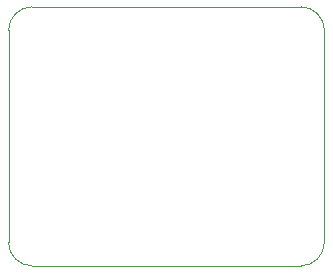
<source format=gbr>
%TF.GenerationSoftware,KiCad,Pcbnew,8.99.0-334-gf341ab9b00*%
%TF.CreationDate,2024-09-09T23:07:31-04:00*%
%TF.ProjectId,Buck Converter,4275636b-2043-46f6-9e76-65727465722e,V1*%
%TF.SameCoordinates,Original*%
%TF.FileFunction,Profile,NP*%
%FSLAX46Y46*%
G04 Gerber Fmt 4.6, Leading zero omitted, Abs format (unit mm)*
G04 Created by KiCad (PCBNEW 8.99.0-334-gf341ab9b00) date 2024-09-09 23:07:31*
%MOMM*%
%LPD*%
G01*
G04 APERTURE LIST*
%TA.AperFunction,Profile*%
%ADD10C,0.100000*%
%TD*%
G04 APERTURE END LIST*
D10*
X150614214Y-109350000D02*
X150614214Y-91414214D01*
X177360786Y-109350000D02*
G75*
G02*
X175360786Y-111349986I-1999986J0D01*
G01*
X152614214Y-89414214D02*
X175360786Y-89414214D01*
X177360786Y-91414214D02*
X177360786Y-109350000D01*
X175360786Y-111350000D02*
X152614214Y-111350000D01*
X175360786Y-89414214D02*
G75*
G02*
X177360786Y-91414214I14J-1999986D01*
G01*
X150614214Y-91414214D02*
G75*
G02*
X152614214Y-89414214I1999986J14D01*
G01*
X152614214Y-111350000D02*
G75*
G02*
X150614200Y-109350000I-14J2000000D01*
G01*
M02*

</source>
